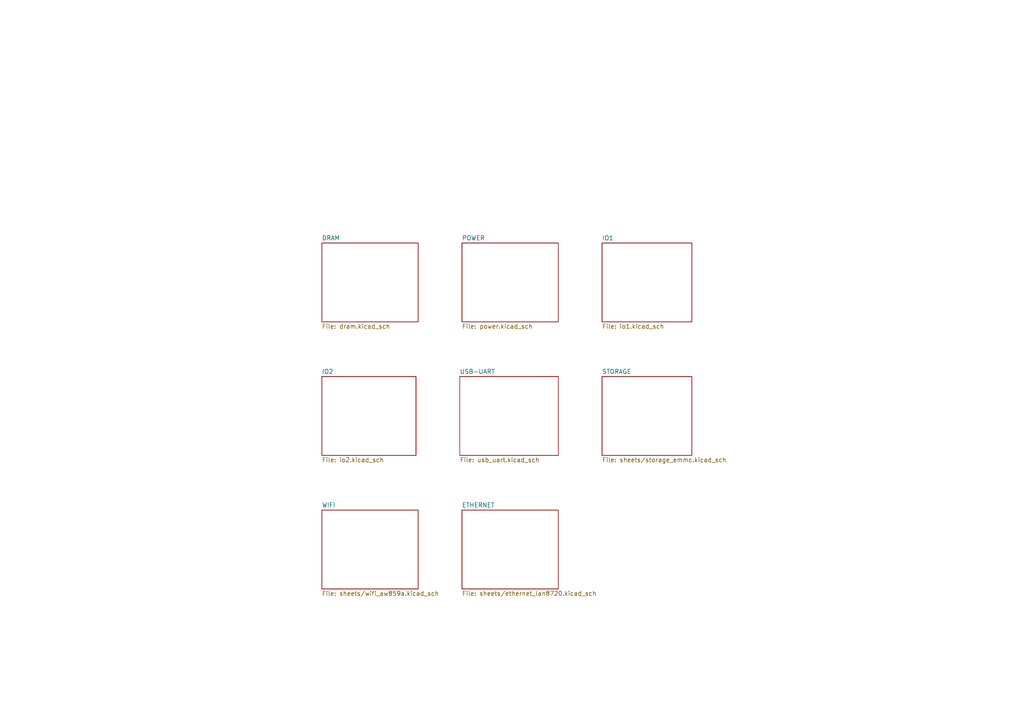
<source format=kicad_sch>
(kicad_sch
	(version 20231120)
	(generator "eeschema")
	(generator_version "8.0")
	(uuid "44f68964-8d75-4db0-b784-705712e148bc")
	(paper "A4")
	(lib_symbols)
	(sheet
		(at 93.345 70.485)
		(size 27.94 22.86)
		(fields_autoplaced yes)
		(stroke
			(width 0.1524)
			(type solid)
		)
		(fill
			(color 0 0 0 0.0000)
		)
		(uuid "2a0ab7b4-b95c-4f2e-a58a-6fd53ad0fdf3")
		(property "Sheetname" "DRAM"
			(at 93.345 69.7734 0)
			(effects
				(font
					(size 1.27 1.27)
				)
				(justify left bottom)
			)
		)
		(property "Sheetfile" "dram.kicad_sch"
			(at 93.345 93.9296 0)
			(effects
				(font
					(size 1.27 1.27)
				)
				(justify left top)
			)
		)
		(instances
			(project "rustyjack-h616"
				(path "/44f68964-8d75-4db0-b784-705712e148bc"
					(page "2")
				)
			)
		)
	)
	(sheet
		(at 133.985 70.485)
		(size 27.94 22.86)
		(fields_autoplaced yes)
		(stroke
			(width 0.1524)
			(type solid)
		)
		(fill
			(color 0 0 0 0.0000)
		)
		(uuid "2cf23393-b934-4ee4-a6b6-72df378d458a")
		(property "Sheetname" "POWER"
			(at 133.985 69.7734 0)
			(effects
				(font
					(size 1.27 1.27)
				)
				(justify left bottom)
			)
		)
		(property "Sheetfile" "power.kicad_sch"
			(at 133.985 93.9296 0)
			(effects
				(font
					(size 1.27 1.27)
				)
				(justify left top)
			)
		)
		(instances
			(project "rustyjack-h616"
				(path "/44f68964-8d75-4db0-b784-705712e148bc"
					(page "3")
				)
			)
		)
	)
	(sheet
		(at 174.625 70.485)
		(size 26.035 22.86)
		(fields_autoplaced yes)
		(stroke
			(width 0.1524)
			(type solid)
		)
		(fill
			(color 0 0 0 0.0000)
		)
		(uuid "2e182087-17c9-4f42-b165-52dadf9ce5a4")
		(property "Sheetname" "IO1"
			(at 174.625 69.7734 0)
			(effects
				(font
					(size 1.27 1.27)
				)
				(justify left bottom)
			)
		)
		(property "Sheetfile" "io1.kicad_sch"
			(at 174.625 93.9296 0)
			(effects
				(font
					(size 1.27 1.27)
				)
				(justify left top)
			)
		)
		(instances
			(project "rustyjack-h616"
				(path "/44f68964-8d75-4db0-b784-705712e148bc"
					(page "4")
				)
			)
		)
	)
	(sheet
		(at 93.345 109.22)
		(size 27.305 22.86)
		(fields_autoplaced yes)
		(stroke
			(width 0.1524)
			(type solid)
		)
		(fill
			(color 0 0 0 0.0000)
		)
		(uuid "5d9fa4e3-c1a9-47c1-b361-a7aa11440b42")
		(property "Sheetname" "IO2"
			(at 93.345 108.5084 0)
			(effects
				(font
					(size 1.27 1.27)
				)
				(justify left bottom)
			)
		)
		(property "Sheetfile" "io2.kicad_sch"
			(at 93.345 132.6646 0)
			(effects
				(font
					(size 1.27 1.27)
				)
				(justify left top)
			)
		)
		(instances
			(project "rustyjack-h616"
				(path "/44f68964-8d75-4db0-b784-705712e148bc"
					(page "5")
				)
			)
		)
	)
	(sheet
		(at 133.35 109.22)
		(size 28.575 22.86)
		(fields_autoplaced yes)
		(stroke
			(width 0.1524)
			(type solid)
		)
		(fill
			(color 0 0 0 0.0000)
		)
		(uuid "95399e0d-575a-4500-9429-e4d55ac775b9")
		(property "Sheetname" "USB-UART"
			(at 133.35 108.5084 0)
			(effects
				(font
					(size 1.27 1.27)
				)
				(justify left bottom)
			)
		)
		(property "Sheetfile" "usb_uart.kicad_sch"
			(at 133.35 132.6646 0)
			(effects
				(font
					(size 1.27 1.27)
				)
				(justify left top)
			)
		)
		(instances
			(project "rustyjack-h616"
				(path "/44f68964-8d75-4db0-b784-705712e148bc"
					(page "6")
				)
			)
		)
	)
	(sheet
		(at 174.625 109.22)
		(size 26.035 22.86)
		(fields_autoplaced yes)
		(stroke (width 0.1524) (type solid))
		(fill (color 0 0 0 0.0000))
		(uuid "860f68c5-f393-4e87-9690-67bc04199c99")
		(property "Sheetname" "STORAGE"
			(at 174.625 108.5084 0)
			(effects (font (size 1.27 1.27)) (justify left bottom))
		)
		(property "Sheetfile" "sheets/storage_emmc.kicad_sch"
			(at 174.625 132.66459999999998 0)
			(effects (font (size 1.27 1.27)) (justify left top))
		)
		(instances
			(project "rustyjack-h616"
				(path "/44f68964-8d75-4db0-b784-705712e148bc"
					(page "7")
				)
			)
		)
	)
	(sheet
		(at 93.345 147.955)
		(size 27.94 22.86)
		(fields_autoplaced yes)
		(stroke (width 0.1524) (type solid))
		(fill (color 0 0 0 0.0000))
		(uuid "e1c43f77-e066-460c-a4a7-854f36608bb9")
		(property "Sheetname" "WIFI"
			(at 93.345 147.2434 0)
			(effects (font (size 1.27 1.27)) (justify left bottom))
		)
		(property "Sheetfile" "sheets/wifi_aw859a.kicad_sch"
			(at 93.345 171.3996 0)
			(effects (font (size 1.27 1.27)) (justify left top))
		)
		(instances
			(project "rustyjack-h616"
				(path "/44f68964-8d75-4db0-b784-705712e148bc"
					(page "8")
				)
			)
		)
	)
	(sheet
		(at 133.985 147.955)
		(size 27.94 22.86)
		(fields_autoplaced yes)
		(stroke (width 0.1524) (type solid))
		(fill (color 0 0 0 0.0000))
		(uuid "e544ecd3-a3c2-4725-8a35-dadd7c6158c1")
		(property "Sheetname" "ETHERNET"
			(at 133.985 147.2434 0)
			(effects (font (size 1.27 1.27)) (justify left bottom))
		)
		(property "Sheetfile" "sheets/ethernet_lan8720.kicad_sch"
			(at 133.985 171.3996 0)
			(effects (font (size 1.27 1.27)) (justify left top))
		)
		(instances
			(project "rustyjack-h616"
				(path "/44f68964-8d75-4db0-b784-705712e148bc"
					(page "9")
				)
			)
		)
	)

	(sheet_instances
		(path "/"
			(page "1")
		)
	)
)
</source>
